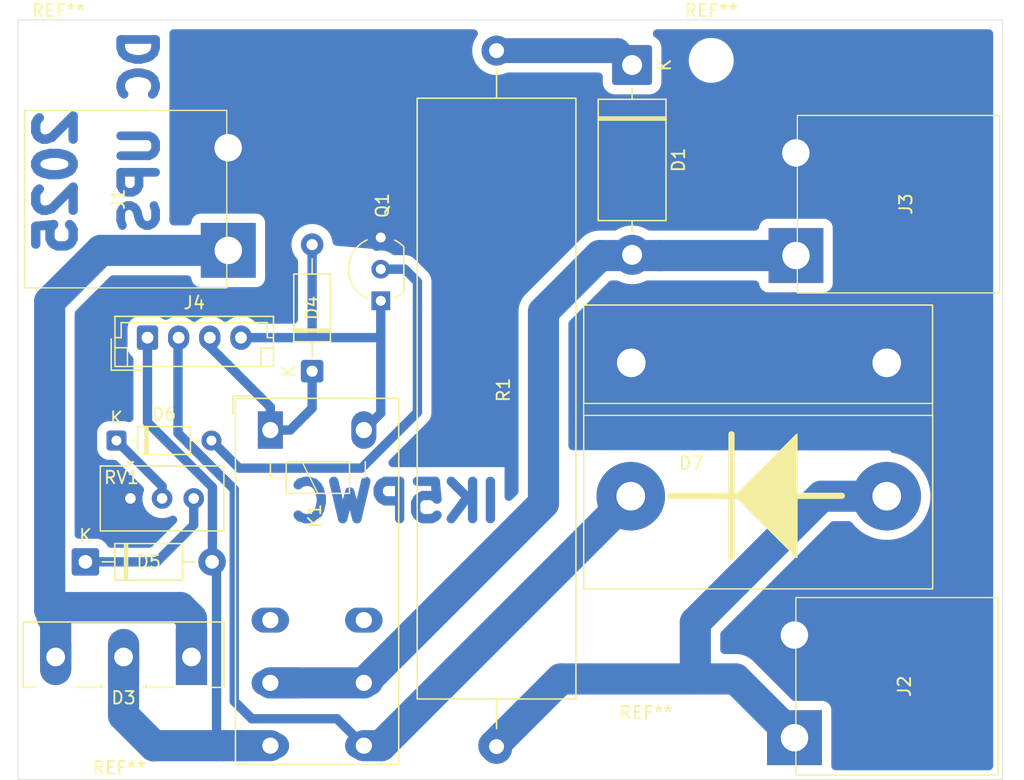
<source format=kicad_pcb>
(kicad_pcb (version 20241229) (generator "pcbnew") (generator_version "9.0")
  (layers (0 "F.Cu" signal) (2 "B.Cu" signal) (5 "F.SilkS" user "F.Silkscreen") (25 "Edge.Cuts" user))
  (net 0 "")
  (net 1 "GND")
  (net 4 "/DC_IN")
  (net 5 "/ENA")
  (net 6 "/OUT")
  (net 7 "/BJT-GND")
  (net 8 "Net-(D1-K)")
  (net 9 "/BATT_IN")
  (net 10 "/DC-IN-RELE")
  (net 11 "Net-(D7-K)")
  (net 12 "Net-(D5-K)")
  (net 13 "Net-(D6-K)")
  (net 14 "Net-(D6-A)")
  (footprint "Diode_THT:D_DO-35_SOD27_P7.62mm_Horizontal" (layer "F.Cu") (at 20.6875 50.1625)
    (property "Reference" "D6" (at 3.81 -2.12 0) (layer "F.SilkS"))
    (property "Value" "4V1")
    (fp_line (start 1.04 0) (end 1.69 0) (stroke (width 0.12)) (layer "F.SilkS"))
    (fp_line (start 2.29 -1.12) (end 2.29 1.12) (stroke (width 0.12)) (layer "F.SilkS"))
    (fp_line (start 2.41 -1.12) (end 2.41 1.12) (stroke (width 0.12)) (layer "F.SilkS"))
    (fp_line (start 2.53 -1.12) (end 2.53 1.12) (stroke (width 0.12)) (layer "F.SilkS"))
    (fp_line (start 6.58 0) (end 5.93 0) (stroke (width 0.12)) (layer "F.SilkS"))
    (fp_rect (start 1.69 -1.12) (end 5.93 1.12) (stroke (width 0.12)) (fill no) (layer "F.SilkS"))
    (fp_text user "K" (at 0 -1.8 0) (layer "F.SilkS"))
    (pad "1" thru_hole roundrect (at 0 0) (size 1.6 1.6) (drill 0.8) (layers "*.Cu" "*.Mask") (roundrect_rratio 0.15625) (net 13 "Net-(D6-K)"))
    (pad "2" thru_hole circle (at 7.62 0) (size 1.6 1.6) (drill 0.8) (layers "*.Cu" "*.Mask") (net 14 "Net-(D6-A)"))
  )
  (footprint "IK5PWC:D_IDEAL_with_GND" (layer "F.Cu") (at 76.2975 58.9325 180)
    (property "Reference" "D7" (at 9.5 6.95 0) (layer "F.SilkS"))
    (property "Value" "D_Ideal")
    (fp_line (start 6.26 -0.615) (end 6.26 9.275) (stroke (width 0.5)) (layer "F.SilkS"))
    (fp_line (start 1.315 4.33) (end 11.205 4.33) (stroke (width 0.5)) (layer "F.SilkS"))
    (fp_line (start 1 4.33) (end 5.97 4.33) (stroke (width 0.1)) (layer "F.SilkS"))
    (fp_line (start -2.595 4.33) (end 7.295 4.33) (stroke (width 0.5)) (layer "F.SilkS"))
    (fp_rect (start -9.87 11.75) (end 18.12 19.65) (stroke (width 0.1)) (fill no) (layer "F.SilkS"))
    (fp_rect (start -9.88 -3.15) (end 18.12 19.65) (stroke (width 0.1)) (fill no) (layer "F.SilkS"))
    (fp_rect (start -9.88 -3.15) (end 18.11 10.79) (stroke (width 0.1)) (fill no) (layer "F.SilkS"))
    (fp_poly (pts (xy 1 -0.615) (xy 1 9.275) (xy 1.025 9.275) (xy 5.97 4.33) (xy 1.025 -0.615)) (stroke (width 0.1)) (fill yes) (layer "F.SilkS"))
    (pad "1" thru_hole circle (at 14.34 4.3 180) (size 5.5 5.5) (drill 2.3) (layers "*.Cu" "*.Mask") (net 11 "Net-(D7-K)"))
    (pad "2" thru_hole circle (at -6.2 4.3 180) (size 5.5 5.5) (drill 2.3) (layers "*.Cu" "*.Mask") (net 9 "/BATT_IN"))
    (pad "3" thru_hole circle (at -6.2 15.01 180) (size 5.5 5.5) (drill 2.3) (layers "*.Cu" "*.Mask") (net 1 "GND"))
    (pad "3" thru_hole circle (at 14.3 15.01 180) (size 5.5 5.5) (drill 2.3) (layers "*.Cu" "*.Mask") (net 1 "GND"))
  )
  (footprint "Package_TO_SOT_THT:TO-92_Inline_Wide" (layer "F.Cu") (at 41.8975 38.9425 90)
    (property "Reference" "Q1" (at 7.65 0.13 90) (layer "F.SilkS"))
    (property "Value" "BC337")
    (fp_line (start 0.74 1.85) (end 4.34 1.85) (stroke (width 0.12)) (layer "F.SilkS"))
    (fp_arc (start 2.54 -2.6) (mid 3.936979 -2.192818) (end 4.8964 -1.098807) (stroke (width 0.12)) (layer "F.SilkS"))
    (fp_arc (start 0.1836 -1.098807) (mid 1.143021 -2.192817) (end 2.54 -2.6) (stroke (width 0.12)) (layer "F.SilkS"))
    (fp_arc (start 4.864184 1.122795) (mid 4.633903 1.509328) (end 4.34 1.85) (stroke (width 0.12)) (layer "F.SilkS"))
    (fp_arc (start 0.74 1.85) (mid 0.446097 1.509328) (end 0.215816 1.122795) (stroke (width 0.12)) (layer "F.SilkS"))
    (pad "1" thru_hole rect (at 0 0 90) (size 1.5 1.5) (drill 0.8) (layers "*.Cu" "*.Mask") (net 7 "/BJT-GND"))
    (pad "2" thru_hole circle (at 2.54 0 90) (size 1.5 1.5) (drill 0.8) (layers "*.Cu" "*.Mask") (net 14 "Net-(D6-A)"))
    (pad "3" thru_hole circle (at 5.08 0 90) (size 1.5 1.5) (drill 0.8) (layers "*.Cu" "*.Mask") (net 1 "GND"))
  )
  (footprint "Resistor_THT:R_Axial_Power_L48.0mm_W12.5mm_P55.88mm" (layer "F.Cu") (at 51.1875 74.7358 90)
    (property "Reference" "R1" (at 28.64 0.55 90) (layer "F.SilkS"))
    (property "Value" "2R7")
    (fp_line (start 54.44 0) (end 52.06 0) (stroke (width 0.12)) (layer "F.SilkS"))
    (fp_line (start 1.44 0) (end 3.82 0) (stroke (width 0.12)) (layer "F.SilkS"))
    (fp_rect (start 3.82 -6.37) (end 52.06 6.37) (stroke (width 0.12)) (fill no) (layer "F.SilkS"))
    (pad "1" thru_hole circle (at 0 0 90) (size 2.4 2.4) (drill 1.2) (layers "*.Cu" "*.Mask") (net 9 "/BATT_IN"))
    (pad "2" thru_hole circle (at 55.88 0 90) (size 2.4 2.4) (drill 1.2) (layers "*.Cu" "*.Mask") (net 8 "Net-(D1-K)"))
  )
  (footprint "Connector_JST:JST_EH_B4B-EH-A_1x04_P2.50mm_Vertical" (layer "F.Cu") (at 23.1775 41.9025)
    (property "Reference" "J4" (at 3.75 -2.8 0) (layer "F.SilkS"))
    (property "Value" "ENABLE")
    (fp_line (start -2.91 0.11) (end -2.91 2.61) (stroke (width 0.12)) (layer "F.SilkS"))
    (fp_line (start -2.91 2.61) (end -0.41 2.61) (stroke (width 0.12)) (layer "F.SilkS"))
    (fp_line (start -2.61 -1.71) (end -2.61 2.31) (stroke (width 0.12)) (layer "F.SilkS"))
    (fp_line (start -2.61 0) (end -2.11 0) (stroke (width 0.12)) (layer "F.SilkS"))
    (fp_line (start -2.61 0.81) (end -1.61 0.81) (stroke (width 0.12)) (layer "F.SilkS"))
    (fp_line (start -2.61 2.31) (end 10.11 2.31) (stroke (width 0.12)) (layer "F.SilkS"))
    (fp_line (start -2.11 -1.21) (end 9.61 -1.21) (stroke (width 0.12)) (layer "F.SilkS"))
    (fp_line (start -2.11 0) (end -2.11 -1.21) (stroke (width 0.12)) (layer "F.SilkS"))
    (fp_line (start -1.61 0.81) (end -1.61 2.31) (stroke (width 0.12)) (layer "F.SilkS"))
    (fp_line (start 9.11 0.81) (end 9.11 2.31) (stroke (width 0.12)) (layer "F.SilkS"))
    (fp_line (start 9.61 -1.21) (end 9.61 0) (stroke (width 0.12)) (layer "F.SilkS"))
    (fp_line (start 9.61 0) (end 10.11 0) (stroke (width 0.12)) (layer "F.SilkS"))
    (fp_line (start 10.11 -1.71) (end -2.61 -1.71) (stroke (width 0.12)) (layer "F.SilkS"))
    (fp_line (start 10.11 0.81) (end 9.11 0.81) (stroke (width 0.12)) (layer "F.SilkS"))
    (fp_line (start 10.11 2.31) (end 10.11 -1.71) (stroke (width 0.12)) (layer "F.SilkS"))
    (pad "1" thru_hole roundrect (at 0 0) (size 1.7 1.95) (drill 0.95) (layers "*.Cu" "*.Mask") (roundrect_rratio 0.147059) (net 10 "/DC-IN-RELE"))
    (pad "2" thru_hole oval (at 2.5 0) (size 1.7 1.95) (drill 0.95) (layers "*.Cu" "*.Mask") (net 11 "Net-(D7-K)"))
    (pad "3" thru_hole oval (at 5 0) (size 1.7 1.95) (drill 0.95) (layers "*.Cu" "*.Mask") (net 5 "/ENA"))
    (pad "4" thru_hole oval (at 7.5 0) (size 1.7 1.95) (drill 0.95) (layers "*.Cu" "*.Mask") (net 7 "/BJT-GND"))
  )
  (footprint "Diode_THT:D_DO-201AD_P15.24mm_Horizontal" (layer "F.Cu") (at 62.0635 20.0125 -90)
    (property "Reference" "D1" (at 7.62 -3.72 90) (layer "F.SilkS"))
    (property "Value" "SF30GG")
    (fp_line (start 1.84 0) (end 2.75 0) (stroke (width 0.12)) (layer "F.SilkS"))
    (fp_line (start 13.4 0) (end 12.49 0) (stroke (width 0.12)) (layer "F.SilkS"))
    (fp_line (start 4.175 -2.72) (end 4.175 2.72) (stroke (width 0.12)) (layer "F.SilkS"))
    (fp_line (start 4.295 -2.72) (end 4.295 2.72) (stroke (width 0.12)) (layer "F.SilkS"))
    (fp_line (start 4.415 -2.72) (end 4.415 2.72) (stroke (width 0.12)) (layer "F.SilkS"))
    (fp_rect (start 2.75 -2.72) (end 12.49 2.72) (stroke (width 0.12)) (fill no) (layer "F.SilkS"))
    (fp_text user "K" (at 0 -2.6 90) (layer "F.SilkS"))
    (pad "1" thru_hole roundrect (at 0 0 270) (size 3.2 3.2) (drill 1.6) (layers "*.Cu" "*.Mask") (roundrect_rratio 0.078125) (net 8 "Net-(D1-K)"))
    (pad "2" thru_hole circle (at 15.24 0 270) (size 3.2 3.2) (drill 1.6) (layers "*.Cu" "*.Mask") (net 6 "/OUT"))
  )
  (footprint "IK5PWC:Mammooth_4mm" (layer "F.Cu") (at 75.2135 35.3085 90)
    (property "Reference" "J3" (at 4.13 8.82 90) (layer "F.SilkS"))
    (property "Value" "OUTPUT")
    (fp_rect (start -3 0.11) (end 11.25 16.34) (stroke (width 0.1)) (fill no) (layer "F.SilkS"))
    (pad "1" thru_hole rect (at 0 0 90) (size 4.4 4.4) (drill 2.2) (layers "*.Cu" "*.Mask") (net 6 "/OUT"))
    (pad "2" thru_hole rect (at 8.24 -0.01 90) (size 4.4 4.4) (drill 2.2) (layers "*.Cu" "*.Mask") (net 1 "GND"))
  )
  (footprint "IK5PWC:Mammooth_4mm" (layer "F.Cu") (at 29.6508 26.6536 -90)
    (property "Reference" "J1" (at 4.13 8.82 90) (layer "F.SilkS"))
    (property "Value" "INPUT")
    (fp_rect (start -3 0.11) (end 11.25 16.34) (stroke (width 0.1)) (fill no) (layer "F.SilkS"))
    (pad "1" thru_hole rect (at 0 0 270) (size 4.4 4.4) (drill 2.2) (layers "*.Cu" "*.Mask") (net 1 "GND"))
    (pad "2" thru_hole rect (at 8.24 -0.01 270) (size 4.4 4.4) (drill 2.2) (layers "*.Cu" "*.Mask") (net 4 "/DC_IN"))
  )
  (footprint "IK5PWC:Mammooth_4mm" (layer "F.Cu") (at 75.0975 74.0225 90)
    (property "Reference" "J2" (at 4.13 8.82 90) (layer "F.SilkS"))
    (property "Value" "BATTERY")
    (fp_rect (start -3 0.11) (end 11.25 16.34) (stroke (width 0.1)) (fill no) (layer "F.SilkS"))
    (pad "1" thru_hole rect (at 0 0 90) (size 4.4 4.4) (drill 2.2) (layers "*.Cu" "*.Mask") (net 9 "/BATT_IN"))
    (pad "2" thru_hole rect (at 8.24 -0.01 90) (size 4.4 4.4) (drill 2.2) (layers "*.Cu" "*.Mask") (net 1 "GND"))
  )
  (footprint "MountingHole:MountingHole_3mm" (layer "F.Cu") (at 68.4135 19.6375)
    (property "Reference" "REF**" (at 0 -4 0) (layer "F.SilkS"))
    (property "Value" "MountingHole_3mm")
    (pad "" np_thru_hole circle (at 0 0) (size 3 3) (drill 3) (layers "*.Cu" "*.Mask"))
  )
  (footprint "MountingHole:MountingHole_3mm" (layer "F.Cu") (at 16.0375 74.1375)
    (property "Reference" "REF**" (at 4.87 2.305 0) (layer "F.SilkS"))
    (property "Value" "MountingHole_3mm")
    (pad "" np_thru_hole circle (at 0 0) (size 3 3) (drill 3) (layers "*.Cu" "*.Mask"))
  )
  (footprint "Potentiometer_THT:Potentiometer_Vishay_T93YA_Vertical" (layer "F.Cu") (at 21.8075 54.8125)
    (property "Reference" "RV1" (at -0.7112 -1.6764 180) (layer "F.SilkS"))
    (property "Value" "10K")
    (fp_line (start -2.42 -2.61) (end -2.42 2.61) (stroke (width 0.12)) (layer "F.SilkS"))
    (fp_line (start -2.42 -2.61) (end -0.3 -2.61) (stroke (width 0.12)) (layer "F.SilkS"))
    (fp_line (start -2.42 2.61) (end 7.5 2.61) (stroke (width 0.12)) (layer "F.SilkS"))
    (fp_line (start 0.4 -2.61) (end 7.5 -2.61) (stroke (width 0.12)) (layer "F.SilkS"))
    (fp_line (start 7.5 -2.61) (end 7.5 2.61) (stroke (width 0.12)) (layer "F.SilkS"))
    (fp_poly (pts (xy 0 -2.61) (xy -0.24 -2.94) (xy 0.24 -2.94) (xy 0 -2.61)) (stroke (width 0.12)) (fill yes) (layer "F.SilkS"))
    (pad "1" thru_hole roundrect (at 0 0) (size 1.65 1.65) (drill 0.85) (layers "*.Cu" "*.Mask") (net 1 "GND"))
    (pad "2" thru_hole circle (at 2.54 0) (size 1.65 1.65) (drill 0.85) (layers "*.Cu" "*.Mask") (net 13 "Net-(D6-K)"))
    (pad "3" thru_hole circle (at 5.08 0) (size 1.65 1.65) (drill 0.85) (layers "*.Cu" "*.Mask") (net 12 "Net-(D5-K)"))
  )
  (footprint "MountingHole:MountingHole_3mm" (layer "F.Cu") (at 16.0375 19.6375)
    (property "Reference" "REF**" (at 0 -4 0) (layer "F.SilkS"))
    (property "Value" "MountingHole_3mm")
    (pad "" np_thru_hole circle (at 0 0) (size 3 3) (drill 3) (layers "*.Cu" "*.Mask"))
  )
  (footprint "MountingHole:MountingHole_3mm" (layer "F.Cu") (at 68.4135 74.1375)
    (property "Reference" "REF**" (at -5.226 -2.123 0) (layer "F.SilkS"))
    (property "Value" "MountingHole_3mm")
    (pad "" np_thru_hole circle (at 0 0) (size 3 3) (drill 3) (layers "*.Cu" "*.Mask"))
  )
  (footprint "IK5PWC:VEGhA L08 12V dc" (layer "F.Cu") (at 33.0375 49.3225 -90)
    (property "Reference" "K1" (at 6.89 -3.55 90) (layer "F.SilkS"))
    (property "Value" "VEGHA L08A0212VDC")
    (fp_line (start -2.75 3) (end -1.25 3) (stroke (width 0.12)) (layer "F.SilkS"))
    (fp_line (start -2.55 2.8) (end 26.85 2.8) (stroke (width 0.12)) (layer "F.SilkS"))
    (fp_line (start 26.85 2.8) (end 26.85 -10.3) (stroke (width 0.12)) (layer "F.SilkS"))
    (fp_line (start -2.75 1.5) (end -2.75 3) (stroke (width 0.12)) (layer "F.SilkS"))
    (fp_line (start 2.54 0) (end 3.81 0) (stroke (width 0.12)) (layer "F.SilkS"))
    (fp_line (start 3.81 0) (end 3.81 -1.27) (stroke (width 0.12)) (layer "F.SilkS"))
    (fp_line (start 2.54 -1.27) (end 3.81 -1.27) (stroke (width 0.12)) (layer "F.SilkS"))
    (fp_line (start 3.81 -1.27) (end 5.08 -1.27) (stroke (width 0.12)) (layer "F.SilkS"))
    (fp_line (start 5.08 -1.27) (end 5.08 -6.35) (stroke (width 0.12)) (layer "F.SilkS"))
    (fp_line (start 2.54 -2.54) (end 5.08 -3.81) (stroke (width 0.1)) (layer "F.SilkS"))
    (fp_line (start 2.54 -6.35) (end 2.54 -1.27) (stroke (width 0.12)) (layer "F.SilkS"))
    (fp_line (start 3.81 -6.35) (end 3.81 -7.62) (stroke (width 0.12)) (layer "F.SilkS"))
    (fp_line (start 5.08 -6.35) (end 2.54 -6.35) (stroke (width 0.12)) (layer "F.SilkS"))
    (fp_line (start 3.81 -7.62) (end 2.54 -7.62) (stroke (width 0.12)) (layer "F.SilkS"))
    (fp_line (start -2.55 -10.3) (end -2.55 2.8) (stroke (width 0.12)) (layer "F.SilkS"))
    (fp_line (start 26.85 -10.3) (end -2.55 -10.3) (stroke (width 0.12)) (layer "F.SilkS"))
    (pad "11" thru_hole oval (at 20.3 0 90) (size 2 3) (drill 1.3) (layers "*.Cu" "*.Mask") (net 6 "/OUT"))
    (pad "12" thru_hole oval (at 15.26 0 90) (size 2 3) (drill 1.3) (layers "*.Cu" "*.Mask"))
    (pad "14" thru_hole oval (at 25.34 0 90) (size 2 3) (drill 1.3) (layers "*.Cu" "*.Mask") (net 10 "/DC-IN-RELE"))
    (pad "21" thru_hole oval (at 20.3 -7.5 90) (size 2 3) (drill 1.3) (layers "*.Cu" "*.Mask") (net 6 "/OUT"))
    (pad "22" thru_hole oval (at 15.26 -7.5 90) (size 2 3) (drill 1.3) (layers "*.Cu" "*.Mask"))
    (pad "24" thru_hole oval (at 25.34 -7.5 90) (size 2 3) (drill 1.3) (layers "*.Cu" "*.Mask") (net 11 "Net-(D7-K)"))
    (pad "A1" thru_hole rect (at 0 0 90) (size 3 2) (drill 1.3) (layers "*.Cu" "*.Mask") (net 5 "/ENA"))
    (pad "A2" thru_hole oval (at 0 -7.5 90) (size 3 2) (drill 1.3) (layers "*.Cu" "*.Mask") (net 7 "/BJT-GND"))
  )
  (footprint "Diode_THT:D_A-405_P10.16mm_Horizontal" (layer "F.Cu") (at 36.3875 44.5925 90)
    (property "Reference" "D4" (at 5.08 0 90) (layer "F.SilkS"))
    (property "Value" "1N4001")
    (fp_line (start 3.38 -1.47) (end 3.38 1.47) (stroke (width 0.12)) (layer "F.SilkS"))
    (fp_line (start 3.26 -1.47) (end 3.26 1.47) (stroke (width 0.12)) (layer "F.SilkS"))
    (fp_line (start 3.14 -1.47) (end 3.14 1.47) (stroke (width 0.12)) (layer "F.SilkS"))
    (fp_line (start 9.02 0) (end 7.8 0) (stroke (width 0.12)) (layer "F.SilkS"))
    (fp_line (start 1.14 0) (end 2.36 0) (stroke (width 0.12)) (layer "F.SilkS"))
    (fp_rect (start 2.36 -1.47) (end 7.8 1.47) (stroke (width 0.12)) (fill no) (layer "F.SilkS"))
    (fp_text user "K" (at 0 -1.9 90) (layer "F.SilkS"))
    (pad "1" thru_hole roundrect (at 0 0 90) (size 1.8 1.8) (drill 0.9) (layers "*.Cu" "*.Mask") (roundrect_rratio 0.138889) (net 5 "/ENA"))
    (pad "2" thru_hole circle (at 10.16 0 90) (size 1.8 1.8) (drill 0.9) (layers "*.Cu" "*.Mask") (net 7 "/BJT-GND"))
  )
  (footprint "Package_TO_SOT_THT:TO-247-3_Vertical" (layer "F.Cu") (at 26.7075 67.5425 180)
    (property "Reference" "D3" (at 5.45 -3.28 0) (layer "F.SilkS"))
    (property "Value" "60CPQ150")
    (fp_line (start 13.51 -2.44) (end 13.51 2.81) (stroke (width 0.12)) (layer "F.SilkS"))
    (fp_line (start 12.41 -2.44) (end 13.51 -2.44) (stroke (width 0.12)) (layer "F.SilkS"))
    (fp_line (start 7.255 -2.44) (end 7.255 -2.22) (stroke (width 0.12)) (layer "F.SilkS"))
    (fp_line (start 6.96 -2.44) (end 9.39 -2.44) (stroke (width 0.12)) (layer "F.SilkS"))
    (fp_line (start 3.645 -2.44) (end 3.645 -2.22) (stroke (width 0.12)) (layer "F.SilkS"))
    (fp_line (start 1.51 -2.44) (end 3.94 -2.44) (stroke (width 0.12)) (layer "F.SilkS"))
    (fp_line (start -2.61 2.81) (end 13.51 2.81) (stroke (width 0.12)) (layer "F.SilkS"))
    (fp_line (start -2.61 -2.44) (end -1.51 -2.44) (stroke (width 0.12)) (layer "F.SilkS"))
    (fp_line (start -2.61 -2.44) (end -2.61 2.81) (stroke (width 0.12)) (layer "F.SilkS"))
    (pad "1" thru_hole rect (at 0 0 180) (size 2.5 4.5) (drill 1.5) (layers "*.Cu" "*.Mask") (net 4 "/DC_IN"))
    (pad "2" thru_hole oval (at 5.45 0 180) (size 2.5 4.5) (drill 1.5) (layers "*.Cu" "*.Mask") (net 10 "/DC-IN-RELE"))
    (pad "3" thru_hole oval (at 10.9 0 180) (size 2.5 4.5) (drill 1.5) (layers "*.Cu" "*.Mask") (net 4 "/DC_IN"))
  )
  (footprint "Diode_THT:D_DO-41_SOD81_P10.16mm_Horizontal" (layer "F.Cu") (at 18.1975 59.9025)
    (property "Reference" "D5" (at 5.08 0 0) (layer "F.SilkS"))
    (property "Value" "D")
    (fp_line (start 1.34 0) (end 2.36 0) (stroke (width 0.12)) (layer "F.SilkS"))
    (fp_line (start 3.14 -1.47) (end 3.14 1.47) (stroke (width 0.12)) (layer "F.SilkS"))
    (fp_line (start 3.26 -1.47) (end 3.26 1.47) (stroke (width 0.12)) (layer "F.SilkS"))
    (fp_line (start 3.38 -1.47) (end 3.38 1.47) (stroke (width 0.12)) (layer "F.SilkS"))
    (fp_line (start 8.82 0) (end 7.8 0) (stroke (width 0.12)) (layer "F.SilkS"))
    (fp_rect (start 2.36 -1.47) (end 7.8 1.47) (stroke (width 0.12)) (fill no) (layer "F.SilkS"))
    (fp_text user "K" (at 0 -2.1 0) (layer "F.SilkS"))
    (pad "1" thru_hole roundrect (at 0 0) (size 2.2 2.2) (drill 1.1) (layers "*.Cu" "*.Mask") (roundrect_rratio 0.113636) (net 12 "Net-(D5-K)"))
    (pad "2" thru_hole circle (at 10.16 0) (size 2.2 2.2) (drill 1.1) (layers "*.Cu" "*.Mask") (net 10 "/DC-IN-RELE"))
  )
  (gr_rect (start 12.7875 16.3875) (end 91.7875 77.3875) (stroke (width 0.05)) (fill no) (layer "Edge.Cuts"))
  (gr_text "DC UPS" (at 24.2075 16.8325 90) (layer "B.Cu") (effects (font (size 2.8 2.8) (thickness 0.7) (bold yes)) (justify left bottom mirror)))
  (gr_text "2025" (at 17.6175 23.1825 90) (layer "B.Cu") (effects (font (size 3 3) (thickness 0.75) (bold yes)) (justify left bottom mirror)))
  (gr_text "IK5PWC" (at 51.9035 56.8425 0) (layer "B.Cu") (effects (font (size 3 3) (thickness 0.75) (bold yes)) (justify left bottom mirror)))
  (segment (start 15.3275 39.0025) (end 19.4364 34.8936) (width 2.5) (layer "B.Cu") (net 4))
  (segment (start 26.7075 64.4525) (end 25.8275 63.5725) (width 2.5) (layer "B.Cu") (net 4))
  (segment (start 19.4364 34.8936) (end 29.6608 34.8936) (width 2.5) (layer "B.Cu") (net 4))
  (segment (start 25.8275 63.5725) (end 15.5175 63.5725) (width 2.5) (layer "B.Cu") (net 4))
  (segment (start 15.5175 63.5725) (end 15.3275 63.7625) (width 2.5) (layer "B.Cu") (net 4))
  (segment (start 26.7075 67.5425) (end 26.7075 64.4525) (width 2.5) (layer "B.Cu") (net 4))
  (segment (start 15.5175 63.5725) (end 15.5175 64.3225) (width 2.5) (layer "B.Cu") (net 4))
  (segment (start 15.8075 64.6125) (end 15.8075 67.5425) (width 2.5) (layer "B.Cu") (net 4))
  (segment (start 15.3275 39.0025) (end 15.3275 63.7625) (width 2.5) (layer "B.Cu") (net 4))
  (segment (start 15.5175 64.3225) (end 15.8075 64.6125) (width 2.5) (layer "B.Cu") (net 4))
  (segment (start 28.1775 42.6225) (end 33.0375 47.4825) (width 0.75) (layer "B.Cu") (net 5))
  (segment (start 33.0375 47.4825) (end 33.0375 49.3225) (width 0.75) (layer "B.Cu") (net 5))
  (segment (start 34.6275 49.3225) (end 36.3875 47.5625) (width 0.75) (layer "B.Cu") (net 5))
  (segment (start 36.3875 47.5625) (end 36.3875 44.5925) (width 0.75) (layer "B.Cu") (net 5))
  (segment (start 28.1775 41.9025) (end 28.1775 42.6225) (width 0.75) (layer "B.Cu") (net 5))
  (segment (start 33.0375 49.3225) (end 34.6275 49.3225) (width 0.75) (layer "B.Cu") (net 5))
  (segment (start 33.0375 69.6225) (end 40.5375 69.6225) (width 2.5) (layer "B.Cu") (net 6))
  (segment (start 59.4675 35.3085) (end 54.9515 39.8245) (width 2.5) (layer "B.Cu") (net 6))
  (segment (start 75.2135 35.3085) (end 64.3495 35.3085) (width 2.5) (layer "B.Cu") (net 6))
  (segment (start 54.9515 39.8245) (end 54.9515 55.2085) (width 2.5) (layer "B.Cu") (net 6))
  (segment (start 64.3495 35.3085) (end 59.4675 35.3085) (width 2.5) (layer "B.Cu") (net 6))
  (segment (start 35.2275 69.6225) (end 33.0375 69.6225) (width 2.5) (layer "B.Cu") (net 6))
  (segment (start 54.9515 55.2085) (end 40.5375 69.6225) (width 2.5) (layer "B.Cu") (net 6))
  (segment (start 38.9375 41.9025) (end 41.6475 41.9025) (width 0.75) (layer "B.Cu") (net 7))
  (segment (start 30.6775 41.9025) (end 36.6275 41.9025) (width 0.75) (layer "B.Cu") (net 7))
  (segment (start 41.8975 41.6525) (end 41.8975 47.9625) (width 0.75) (layer "B.Cu") (net 7))
  (segment (start 36.3875 34.4325) (end 36.3875 41.6625) (width 0.75) (layer "B.Cu") (net 7))
  (segment (start 41.8975 47.9625) (end 40.5375 49.3225) (width 0.75) (layer "B.Cu") (net 7))
  (segment (start 36.3875 41.6625) (end 36.6275 41.9025) (width 0.75) (layer "B.Cu") (net 7))
  (segment (start 36.6275 41.9025) (end 38.9375 41.9025) (width 0.75) (layer "B.Cu") (net 7))
  (segment (start 41.8975 38.9425) (end 41.8975 41.6525) (width 0.75) (layer "B.Cu") (net 7))
  (segment (start 41.6475 41.9025) (end 41.8975 41.6525) (width 0.75) (layer "B.Cu") (net 7))
  (segment (start 51.5705 18.8375) (end 51.6147 18.7933) (width 1.5) (layer "B.Cu") (net 8))
  (segment (start 51.1605 19.2475) (end 51.6147 18.7933) (width 1.5) (layer "B.Cu") (net 8))
  (segment (start 60.9068 18.8558) (end 62.0635 20.0125) (width 2) (layer "B.Cu") (net 8))
  (segment (start 51.1875 18.8558) (end 60.9068 18.8558) (width 2) (layer "B.Cu") (net 8))
  (segment (start 51.3008 18.7425) (end 51.1875 18.8558) (width 2) (layer "B.Cu") (net 8))
  (segment (start 67.1375 69.306) (end 56.329 69.306) (width 2.5) (layer "B.Cu") (net 9))
  (segment (start 67.1375 64.7575) (end 70.381 61.514) (width 2.5) (layer "B.Cu") (net 9))
  (segment (start 67.1375 69.306) (end 67.1375 64.7575) (width 2.5) (layer "B.Cu") (net 9))
  (segment (start 56.329 69.306) (end 55.63 70.005) (width 2.5) (layer "B.Cu") (net 9))
  (segment (start 70.381 61.514) (end 77.2625 54.6325) (width 2.5) (layer "B.Cu") (net 9))
  (segment (start 50.9725 74.6625) (end 51.1875 74.8775) (width 2.5) (layer "B.Cu") (net 9))
  (segment (start 77.2625 54.6325) (end 82.4975 54.6325) (width 2.5) (layer "B.Cu") (net 9))
  (segment (start 75.0975 74.0225) (end 70.381 69.306) (width 2.5) (layer "B.Cu") (net 9))
  (segment (start 51.1142 74.6625) (end 51.1875 74.7358) (width 2.5) (layer "B.Cu") (net 9))
  (segment (start 50.9725 74.6625) (end 55.63 70.005) (width 2.5) (layer "B.Cu") (net 9))
  (segment (start 70.381 69.306) (end 67.1375 69.306) (width 2.5) (layer "B.Cu") (net 9))
  (segment (start 74.3842 74.7358) (end 75.0975 74.0225) (width 2.5) (layer "B.Cu") (net 9))
  (segment (start 22.0275 73.0125) (end 23.6975 74.6825) (width 2.5) (layer "B.Cu") (net 10))
  (segment (start 29.3375 74.6625) (end 30.6175 74.6625) (width 2.5) (layer "B.Cu") (net 10))
  (segment (start 30.6175 74.6625) (end 33.0375 74.6625) (width 2.5) (layer "B.Cu") (net 10))
  (segment (start 21.2575 67.5425) (end 21.2575 72.2425) (width 2.5) (layer "B.Cu") (net 10))
  (segment (start 21.2575 72.2425) (end 22.0275 73.0125) (width 2.5) (layer "B.Cu") (net 10))
  (segment (start 23.1775 48.7065) (end 24.5355 50.0645) (width 0.75) (layer "B.Cu") (net 10))
  (segment (start 28.3885 53.9175) (end 28.3885 59.8715) (width 0.75) (layer "B.Cu") (net 10))
  (segment (start 28.6775 74.6625) (end 29.3375 74.6625) (width 2.5) (layer "B.Cu") (net 10))
  (segment (start 28.7175 60.2625) (end 28.7175 74.6225) (width 0.75) (layer "B.Cu") (net 10))
  (segment (start 28.3575 59.9025) (end 28.7175 60.2625) (width 0.75) (layer "B.Cu") (net 10))
  (segment (start 28.3885 59.8715) (end 28.3575 59.9025) (width 0.75) (layer "B.Cu") (net 10))
  (segment (start 23.1775 41.9025) (end 23.1775 48.7065) (width 0.75) (layer "B.Cu") (net 10))
  (segment (start 23.7175 74.6625) (end 28.6775 74.6625) (width 2.5) (layer "B.Cu") (net 10))
  (segment (start 24.5355 50.0645) (end 28.3885 53.9175) (width 0.75) (layer "B.Cu") (net 10))
  (segment (start 32.9675 74.7325) (end 33.0375 74.6625) (width 0.75) (layer "B.Cu") (net 10))
  (segment (start 28.7175 74.6225) (end 28.6775 74.6625) (width 0.75) (layer "B.Cu") (net 10))
  (segment (start 23.6975 74.6825) (end 23.7175 74.6625) (width 2.5) (layer "B.Cu") (net 10))
  (segment (start 38.3775 72.5025) (end 40.5375 74.6625) (width 0.75) (layer "B.Cu") (net 11))
  (segment (start 40.5375 74.6625) (end 41.9275 74.6625) (width 2.5) (layer "B.Cu") (net 11))
  (segment (start 30.1375 54.07988) (end 30.1375 71.0925) (width 0.75) (layer "B.Cu") (net 11))
  (segment (start 25.6775 41.9025) (end 25.6265 41.9535) (width 0.75) (layer "B.Cu") (net 11))
  (segment (start 41.9275 74.6625) (end 61.9575 54.6325) (width 2.5) (layer "B.Cu") (net 11))
  (segment (start 30.1375 71.0925) (end 31.5475 72.5025) (width 0.75) (layer "B.Cu") (net 11))
  (segment (start 25.6265 49.56888) (end 25.73881 49.68119) (width 0.75) (layer "B.Cu") (net 11))
  (segment (start 25.6265 41.9535) (end 25.6265 49.56888) (width 0.75) (layer "B.Cu") (net 11))
  (segment (start 31.5475 72.5025) (end 38.3775 72.5025) (width 0.75) (layer "B.Cu") (net 11))
  (segment (start 25.73881 49.68119) (end 30.1375 54.07988) (width 0.75) (layer "B.Cu") (net 11))
  (segment (start 23.9275 59.9025) (end 26.8875 56.9425) (width 0.75) (layer "B.Cu") (net 12))
  (segment (start 18.1975 59.9025) (end 23.9275 59.9025) (width 0.75) (layer "B.Cu") (net 12))
  (segment (start 26.8875 56.9425) (end 26.8875 54.8125) (width 0.75) (layer "B.Cu") (net 12))
  (segment (start 24.3475 53.8225) (end 20.6875 50.1625) (width 0.75) (layer "B.Cu") (net 13))
  (segment (start 24.3475 54.8125) (end 24.3475 53.8225) (width 0.75) (layer "B.Cu") (net 13))
  (segment (start 20.6615 50.1885) (end 20.679581 50.170419) (width 0.75) (layer "B.Cu") (net 13))
  (segment (start 44.8385 47.891722) (end 40.352891 52.377331) (width 0.75) (layer "B.Cu") (net 14))
  (segment (start 41.8975 36.4025) (end 43.8275 36.4025) (width 0.75) (layer "B.Cu") (net 14))
  (segment (start 43.8275 36.4025) (end 44.8385 37.4135) (width 0.75) (layer "B.Cu") (net 14))
  (segment (start 40.352891 52.377331) (end 30.522331 52.377331) (width 0.75) (layer "B.Cu") (net 14))
  (segment (start 44.8385 39.5425) (end 44.8385 47.891722) (width 0.75) (layer "B.Cu") (net 14))
  (segment (start 44.8385 39.5425) (end 44.8385 37.4135) (width 0.75) (layer "B.Cu") (net 14))
  (segment (start 30.522331 52.377331) (end 28.3075 50.1625) (width 0.75) (layer "B.Cu") (net 14))
  (zone (net 0) (net_name "") (layer "B.Cu") (connect_pads (clearance 0)) (min_thickness 0.25)
    (keepout (tracks not_allowed) (vias not_allowed) (pads not_allowed) (copperpour not_allowed) (footprints allowed))
    (fill (thermal_gap 0.5) (thermal_bridge_width 0.5))
    (polygon (pts (xy 37.800679 34.478897) (xy 41.180679 34.768897) (xy 37.870679 34.768897)))
  )
  (zone (net 1) (net_name "GND") (layer "B.Cu") (connect_pads yes (clearance 0.75)) (min_thickness 0.7) (fill yes (thermal_gap 0.5) (thermal_bridge_width 0.7))
    (polygon (pts (xy 12.8125 16.3875) (xy 91.7815 16.4057) (xy 91.7875 77.3925) (xy 12.7975 77.3825)))
  )
  (zone (net 0) (net_name "") (layer "B.Cu") (connect_pads (clearance 0)) (min_thickness 0.25)
    (keepout (tracks not_allowed) (vias not_allowed) (pads not_allowed) (copperpour not_allowed) (footprints allowed))
    (fill (thermal_gap 0.5) (thermal_bridge_width 0.5))
    (polygon (pts (xy 57.1875 50.9375) (xy 82.7375 50.9625) (xy 76.8875 52.3625)))
  )
)
</source>
